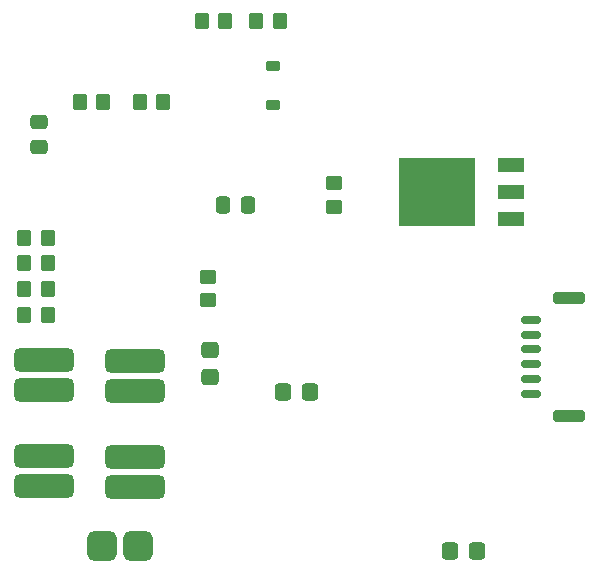
<source format=gbp>
G04 #@! TF.GenerationSoftware,KiCad,Pcbnew,7.0.9*
G04 #@! TF.CreationDate,2024-06-27T15:35:45+09:00*
G04 #@! TF.ProjectId,YAMADAmain,59414d41-4441-46d6-9169-6e2e6b696361,rev?*
G04 #@! TF.SameCoordinates,Original*
G04 #@! TF.FileFunction,Paste,Bot*
G04 #@! TF.FilePolarity,Positive*
%FSLAX46Y46*%
G04 Gerber Fmt 4.6, Leading zero omitted, Abs format (unit mm)*
G04 Created by KiCad (PCBNEW 7.0.9) date 2024-06-27 15:35:45*
%MOMM*%
%LPD*%
G01*
G04 APERTURE LIST*
G04 Aperture macros list*
%AMRoundRect*
0 Rectangle with rounded corners*
0 $1 Rounding radius*
0 $2 $3 $4 $5 $6 $7 $8 $9 X,Y pos of 4 corners*
0 Add a 4 corners polygon primitive as box body*
4,1,4,$2,$3,$4,$5,$6,$7,$8,$9,$2,$3,0*
0 Add four circle primitives for the rounded corners*
1,1,$1+$1,$2,$3*
1,1,$1+$1,$4,$5*
1,1,$1+$1,$6,$7*
1,1,$1+$1,$8,$9*
0 Add four rect primitives between the rounded corners*
20,1,$1+$1,$2,$3,$4,$5,0*
20,1,$1+$1,$4,$5,$6,$7,0*
20,1,$1+$1,$6,$7,$8,$9,0*
20,1,$1+$1,$8,$9,$2,$3,0*%
G04 Aperture macros list end*
%ADD10RoundRect,0.635000X0.635000X0.635000X-0.635000X0.635000X-0.635000X-0.635000X0.635000X-0.635000X0*%
%ADD11RoundRect,0.250000X-0.350000X-0.450000X0.350000X-0.450000X0.350000X0.450000X-0.350000X0.450000X0*%
%ADD12RoundRect,0.250000X-1.100000X0.250000X-1.100000X-0.250000X1.100000X-0.250000X1.100000X0.250000X0*%
%ADD13RoundRect,0.150000X-0.700000X0.150000X-0.700000X-0.150000X0.700000X-0.150000X0.700000X0.150000X0*%
%ADD14RoundRect,0.292875X-0.394625X-0.432125X0.394625X-0.432125X0.394625X0.432125X-0.394625X0.432125X0*%
%ADD15RoundRect,0.508000X2.032000X-0.508000X2.032000X0.508000X-2.032000X0.508000X-2.032000X-0.508000X0*%
%ADD16RoundRect,0.250000X0.337500X0.475000X-0.337500X0.475000X-0.337500X-0.475000X0.337500X-0.475000X0*%
%ADD17RoundRect,0.225000X0.375000X-0.225000X0.375000X0.225000X-0.375000X0.225000X-0.375000X-0.225000X0*%
%ADD18RoundRect,0.250000X0.350000X0.450000X-0.350000X0.450000X-0.350000X-0.450000X0.350000X-0.450000X0*%
%ADD19RoundRect,0.250000X0.475000X-0.337500X0.475000X0.337500X-0.475000X0.337500X-0.475000X-0.337500X0*%
%ADD20RoundRect,0.292875X-0.432125X0.394625X-0.432125X-0.394625X0.432125X-0.394625X0.432125X0.394625X0*%
%ADD21R,2.200000X1.200000*%
%ADD22R,6.400000X5.800000*%
%ADD23RoundRect,0.250000X0.450000X-0.350000X0.450000X0.350000X-0.450000X0.350000X-0.450000X-0.350000X0*%
%ADD24RoundRect,0.292875X0.394625X0.432125X-0.394625X0.432125X-0.394625X-0.432125X0.394625X-0.432125X0*%
G04 APERTURE END LIST*
D10*
X122174000Y-116840000D03*
X119126000Y-116840000D03*
D11*
X112554000Y-92862400D03*
X114554000Y-92862400D03*
D12*
X158698000Y-105773000D03*
X158698000Y-95823000D03*
D13*
X155498000Y-103923000D03*
X155498000Y-102673000D03*
X155498000Y-101423000D03*
X155498000Y-100173000D03*
X155498000Y-98923000D03*
X155498000Y-97673000D03*
D14*
X148620900Y-117226400D03*
X150895900Y-117226400D03*
D15*
X121996200Y-103687999D03*
X121996200Y-101147999D03*
D16*
X131485500Y-87962000D03*
X129410500Y-87962000D03*
D11*
X112554000Y-95046800D03*
X114554000Y-95046800D03*
X112554000Y-97231200D03*
X114554000Y-97231200D03*
X112554000Y-90716000D03*
X114554000Y-90716000D03*
D15*
X114274600Y-111765199D03*
X114274600Y-109225199D03*
X114274600Y-103632000D03*
X114274600Y-101092000D03*
X121945400Y-111810800D03*
X121945400Y-109270800D03*
D17*
X133604000Y-79452000D03*
X133604000Y-76152000D03*
D18*
X134200000Y-72390000D03*
X132200000Y-72390000D03*
X119278400Y-79248000D03*
X117278400Y-79248000D03*
D19*
X113792000Y-83027500D03*
X113792000Y-80952500D03*
D18*
X127600000Y-72390000D03*
X129600000Y-72390000D03*
D20*
X128295400Y-100208500D03*
X128295400Y-102483500D03*
D21*
X153806000Y-84588000D03*
X153806000Y-86868000D03*
D22*
X147506000Y-86868000D03*
D21*
X153806000Y-89148000D03*
D23*
X138830000Y-88087000D03*
X138830000Y-86087000D03*
D18*
X124358400Y-79248000D03*
X122358400Y-79248000D03*
D23*
X128170000Y-96020000D03*
X128170000Y-94020000D03*
D24*
X136779000Y-103759000D03*
X134504000Y-103759000D03*
M02*

</source>
